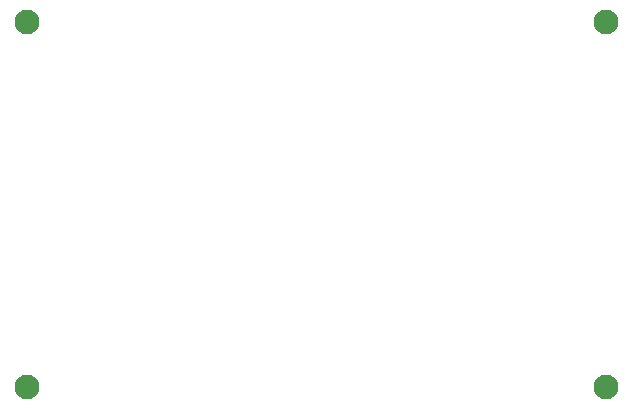
<source format=gbr>
%TF.GenerationSoftware,KiCad,Pcbnew,9.0.4*%
%TF.CreationDate,2025-12-07T20:09:51+03:30*%
%TF.ProjectId,MCU_Datalogger003_4Layer,4d43555f-4461-4746-916c-6f6767657230,2*%
%TF.SameCoordinates,Original*%
%TF.FileFunction,NonPlated,1,4,NPTH,Drill*%
%TF.FilePolarity,Positive*%
%FSLAX46Y46*%
G04 Gerber Fmt 4.6, Leading zero omitted, Abs format (unit mm)*
G04 Created by KiCad (PCBNEW 9.0.4) date 2025-12-07 20:09:51*
%MOMM*%
%LPD*%
G01*
G04 APERTURE LIST*
%TA.AperFunction,ComponentDrill*%
%ADD10C,2.100000*%
%TD*%
G04 APERTURE END LIST*
D10*
%TO.C,H2*%
X101009735Y-92513000D03*
%TO.C,H1*%
X101009735Y-123438000D03*
%TO.C,H3*%
X149984735Y-92513000D03*
%TO.C,H4*%
X149984735Y-123438000D03*
M02*

</source>
